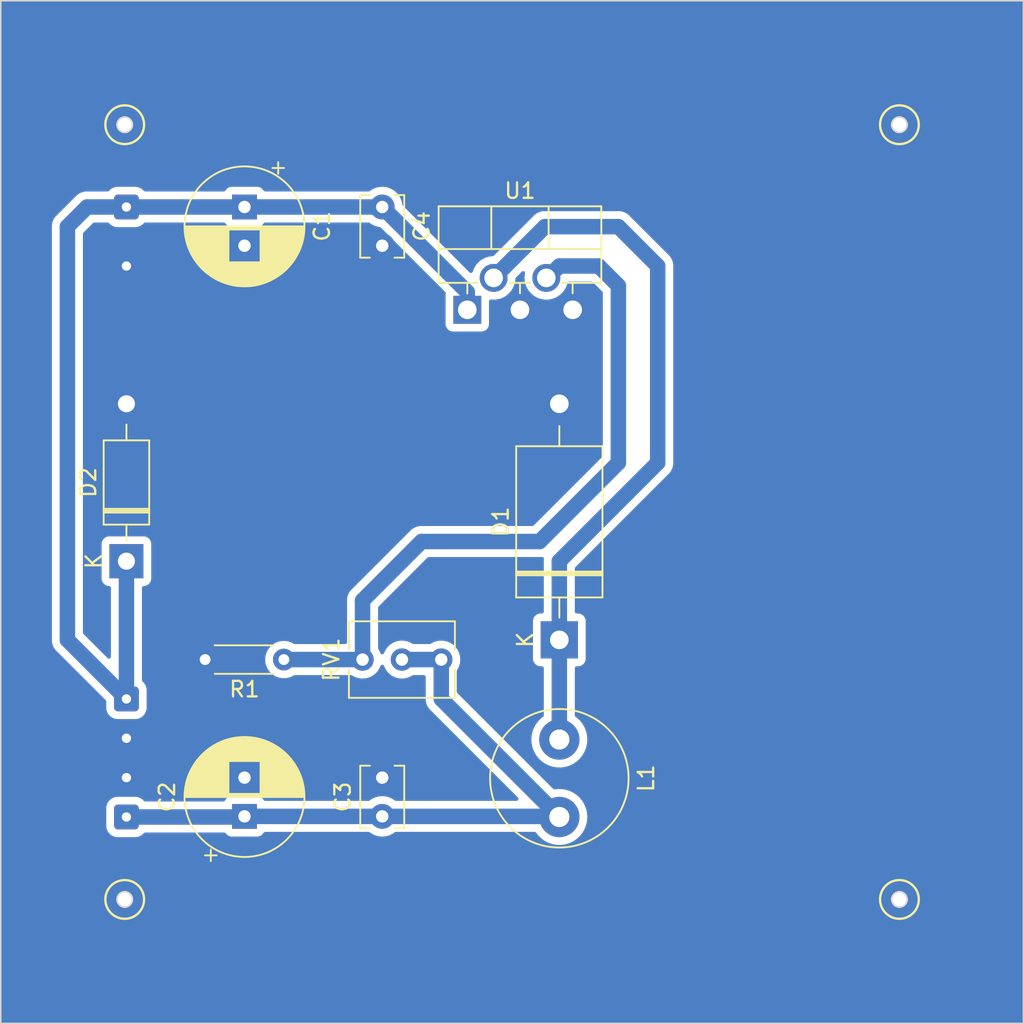
<source format=kicad_pcb>
(kicad_pcb (version 20221018) (generator pcbnew)
  (layers (0 "F.Cu" signal) (31 "B.Cu" signal) (34 "B.Paste" user) (35 "F.Paste" user) (36 "B.SilkS" user "B.Silkscreen") (37 "F.SilkS" user "F.Silkscreen") (38 "B.Mask" user) (39 "F.Mask" user) (44 "Edge.Cuts" user))
  (net 0 "")
  (net 1 "/+12V")
  (net 2 "/GND")
  (net 3 "/+5V")
  (net 4 "Net-(D1-K)")
  (net 5 "Net-(U1-FB)")
  (footprint "Diode_THT:D_DO-27_P15.24mm_Horizontal" (layer "F.Cu") (at 146.05 95.25 90)
    (fp_text reference "D1" (at 7.62 -3.785 90) (layer "F.SilkS"))
    (fp_text value "SS34")
    (fp_text user "K" (at 0 -2.2 90) (layer "F.SilkS"))
    (fp_line (start 1.44 0) (end 2.74 0) (stroke (width 0.12)) (layer "F.SilkS"))
    (fp_line (start 2.74 -2.785) (end 2.74 2.785) (stroke (width 0.12)) (layer "F.SilkS"))
    (fp_line (start 2.74 2.785) (end 12.5 2.785) (stroke (width 0.12)) (layer "F.SilkS"))
    (fp_line (start 4.168 -2.785) (end 4.168 2.785) (stroke (width 0.12)) (layer "F.SilkS"))
    (fp_line (start 4.288 -2.785) (end 4.288 2.785) (stroke (width 0.12)) (layer "F.SilkS"))
    (fp_line (start 4.408 -2.785) (end 4.408 2.785) (stroke (width 0.12)) (layer "F.SilkS"))
    (fp_line (start 12.5 -2.785) (end 2.74 -2.785) (stroke (width 0.12)) (layer "F.SilkS"))
    (fp_line (start 12.5 2.785) (end 12.5 -2.785) (stroke (width 0.12)) (layer "F.SilkS"))
    (fp_line (start 13.8 0) (end 12.5 0) (stroke (width 0.12)) (layer "F.SilkS"))
    (pad "1" thru_hole rect (at 0 0 90) (size 2.4 2.4) (drill 1.2) (layers "*.Cu" "*.Mask") (net 4 "Net-(D1-K)"))
    (pad "2" thru_hole oval (at 15.24 0 90) (size 2.4 2.4) (drill 1.2) (layers "*.Cu" "*.Mask") (net 2 "/GND"))
  )
  (footprint "Potentiometer_THT:Potentiometer_Vishay_T73XW_Horizontal" (layer "F.Cu") (at 133.35 96.52 90)
    (fp_text reference "RV1" (at 0 -2.01 90) (layer "F.SilkS"))
    (fp_text value "10k")
    (fp_line (start -2.47 -0.88) (end -2.47 5.96) (stroke (width 0.12)) (layer "F.SilkS"))
    (fp_line (start -2.47 -0.88) (end -0.65 -0.88) (stroke (width 0.12)) (layer "F.SilkS"))
    (fp_line (start -2.47 5.96) (end -0.65 5.96) (stroke (width 0.12)) (layer "F.SilkS"))
    (fp_line (start 0.65 -0.88) (end 2.47 -0.88) (stroke (width 0.12)) (layer "F.SilkS"))
    (fp_line (start 0.65 5.96) (end 2.47 5.96) (stroke (width 0.12)) (layer "F.SilkS"))
    (fp_line (start 2.47 -0.88) (end 2.47 5.96) (stroke (width 0.12)) (layer "F.SilkS"))
    (pad "1" thru_hole circle (at 0 0 90) (size 1.44 1.44) (drill 0.8) (layers "*.Cu" "*.Mask") (net 5 "Net-(U1-FB)"))
    (pad "2" thru_hole circle (at 0 2.54 90) (size 1.44 1.44) (drill 0.8) (layers "*.Cu" "*.Mask") (net 3 "/+5V"))
    (pad "3" thru_hole circle (at 0 5.08 90) (size 1.44 1.44) (drill 0.8) (layers "*.Cu" "*.Mask") (net 3 "/+5V"))
  )
  (footprint "" (layer "F.Cu") (at 118.11 101.6)
    (fp_text reference "" (at 0 0) (layer "F.SilkS") (effects (font (size 1.27 1.27))))
    (fp_text value "" (at 0 0) (layer "F.SilkS") (effects (font (size 1.27 1.27))))
    (pad "" thru_hole roundrect (at 0 0) (size 1.6 1.6) (drill 0.6) (layers "*.Cu" "*.Mask") (roundrect_rratio 0.15625) (net 2 "/GND"))
  )
  (footprint "RobikBUS:SolderWire-0.1sqmm_1x01_D0.4mm_OD1mm" (layer "F.Cu") (at 118.11 67.31)
    (fp_text reference "REF**" hide)
    (fp_text value "SolderWire-0.1sqmm_1x01_D0.4mm_OD1mm" hide)
    (pad "" thru_hole roundrect (at 0 0) (size 1.6 1.6) (drill 0.6) (layers "*.Cu" "*.Mask") (roundrect_rratio 0.15625) (net 1 "/+12V"))
  )
  (footprint "Package_TO_SOT_THT:TO-220F-5_P3.4x2.06mm_StaggerOdd_Lead1.86mm_Vertical" (layer "F.Cu") (at 140.11 73.945)
    (fp_text reference "U1" (at 3.4 -7.68) (layer "F.SilkS"))
    (fp_text value "LM2596S-ADJ")
    (fp_line (start -1.85 -6.68) (end -1.85 -1.739) (stroke (width 0.12)) (layer "F.SilkS"))
    (fp_line (start -1.85 -6.68) (end 8.65 -6.68) (stroke (width 0.12)) (layer "F.SilkS"))
    (fp_line (start -1.85 -3.921) (end 8.65 -3.921) (stroke (width 0.12)) (layer "F.SilkS"))
    (fp_line (start -1.85 -1.739) (end 0.669 -1.739) (stroke (width 0.12)) (layer "F.SilkS"))
    (fp_line (start 0 -1.739) (end 0 -1.05) (stroke (width 0.12)) (layer "F.SilkS"))
    (fp_line (start 1.55 -6.68) (end 1.55 -3.921) (stroke (width 0.12)) (layer "F.SilkS"))
    (fp_line (start 2.732 -1.739) (end 4.069 -1.739) (stroke (width 0.12)) (layer "F.SilkS"))
    (fp_line (start 3.4 -1.739) (end 3.4 -1.065) (stroke (width 0.12)) (layer "F.SilkS"))
    (fp_line (start 5.25 -6.68) (end 5.25 -3.921) (stroke (width 0.12)) (layer "F.SilkS"))
    (fp_line (start 6.132 -1.739) (end 8.65 -1.739) (stroke (width 0.12)) (layer "F.SilkS"))
    (fp_line (start 6.8 -1.739) (end 6.8 -1.065) (stroke (width 0.12)) (layer "F.SilkS"))
    (fp_line (start 8.65 -6.68) (end 8.65 -1.739) (stroke (width 0.12)) (layer "F.SilkS"))
    (pad "1" thru_hole rect (at 0 0) (size 1.8 1.8) (drill 1.2) (layers "*.Cu" "*.Mask") (net 1 "/+12V"))
    (pad "2" thru_hole oval (at 1.7 -2.06) (size 1.8 1.8) (drill 1.2) (layers "*.Cu" "*.Mask") (net 4 "Net-(D1-K)"))
    (pad "3" thru_hole oval (at 3.4 0) (size 1.8 1.8) (drill 1.2) (layers "*.Cu" "*.Mask") (net 2 "/GND"))
    (pad "4" thru_hole oval (at 5.1 -2.06) (size 1.8 1.8) (drill 1.2) (layers "*.Cu" "*.Mask") (net 5 "Net-(U1-FB)"))
    (pad "5" thru_hole oval (at 6.8 0) (size 1.8 1.8) (drill 1.2) (layers "*.Cu" "*.Mask") (net 2 "/GND"))
  )
  (footprint "Capacitor_THT:CP_Radial_D7.5mm_P2.50mm" (layer "F.Cu") (at 125.73 67.31 -90)
    (fp_text reference "C1" (at 1.25 -5 90) (layer "F.SilkS"))
    (fp_text value "220uF")
    (fp_line (start -2.892211 -2.175) (end -2.142211 -2.175) (stroke (width 0.12)) (layer "F.SilkS"))
    (fp_line (start -2.517211 -2.55) (end -2.517211 -1.8) (stroke (width 0.12)) (layer "F.SilkS"))
    (fp_line (start 1.25 -3.83) (end 1.25 3.83) (stroke (width 0.12)) (layer "F.SilkS"))
    (fp_line (start 1.29 -3.83) (end 1.29 3.83) (stroke (width 0.12)) (layer "F.SilkS"))
    (fp_line (start 1.33 -3.83) (end 1.33 3.83) (stroke (width 0.12)) (layer "F.SilkS"))
    (fp_line (start 1.37 -3.829) (end 1.37 3.829) (stroke (width 0.12)) (layer "F.SilkS"))
    (fp_line (start 1.41 -3.827) (end 1.41 3.827) (stroke (width 0.12)) (layer "F.SilkS"))
    (fp_line (start 1.45 -3.825) (end 1.45 3.825) (stroke (width 0.12)) (layer "F.SilkS"))
    (fp_line (start 1.49 -3.823) (end 1.49 -1.04) (stroke (width 0.12)) (layer "F.SilkS"))
    (fp_line (start 1.49 1.04) (end 1.49 3.823) (stroke (width 0.12)) (layer "F.SilkS"))
    (fp_line (start 1.53 -3.82) (end 1.53 -1.04) (stroke (width 0.12)) (layer "F.SilkS"))
    (fp_line (start 1.53 1.04) (end 1.53 3.82) (stroke (width 0.12)) (layer "F.SilkS"))
    (fp_line (start 1.57 -3.817) (end 1.57 -1.04) (stroke (width 0.12)) (layer "F.SilkS"))
    (fp_line (start 1.57 1.04) (end 1.57 3.817) (stroke (width 0.12)) (layer "F.SilkS"))
    (fp_line (start 1.61 -3.814) (end 1.61 -1.04) (stroke (width 0.12)) (layer "F.SilkS"))
    (fp_line (start 1.61 1.04) (end 1.61 3.814) (stroke (width 0.12)) (layer "F.SilkS"))
    (fp_line (start 1.65 -3.81) (end 1.65 -1.04) (stroke (width 0.12)) (layer "F.SilkS"))
    (fp_line (start 1.65 1.04) (end 1.65 3.81) (stroke (width 0.12)) (layer "F.SilkS"))
    (fp_line (start 1.69 -3.805) (end 1.69 -1.04) (stroke (width 0.12)) (layer "F.SilkS"))
    (fp_line (start 1.69 1.04) (end 1.69 3.805) (stroke (width 0.12)) (layer "F.SilkS"))
    (fp_line (start 1.73 -3.801) (end 1.73 -1.04) (stroke (width 0.12)) (layer "F.SilkS"))
    (fp_line (start 1.73 1.04) (end 1.73 3.801) (stroke (width 0.12)) (layer "F.SilkS"))
    (fp_line (start 1.77 -3.795) (end 1.77 -1.04) (stroke (width 0.12)) (layer "F.SilkS"))
    (fp_line (start 1.77 1.04) (end 1.77 3.795) (stroke (width 0.12)) (layer "F.SilkS"))
    (fp_line (start 1.81 -3.79) (end 1.81 -1.04) (stroke (width 0.12)) (layer "F.SilkS"))
    (fp_line (start 1.81 1.04) (end 1.81 3.79) (stroke (width 0.12)) (layer "F.SilkS"))
    (fp_line (start 1.85 -3.784) (end 1.85 -1.04) (stroke (width 0.12)) (layer "F.SilkS"))
    (fp_line (start 1.85 1.04) (end 1.85 3.784) (stroke (width 0.12)) (layer "F.SilkS"))
    (fp_line (start 1.89 -3.777) (end 1.89 -1.04) (stroke (width 0.12)) (layer "F.SilkS"))
    (fp_line (start 1.89 1.04) (end 1.89 3.777) (stroke (width 0.12)) (layer "F.SilkS"))
    (fp_line (start 1.93 -3.77) (end 1.93 -1.04) (stroke (width 0.12)) (layer "F.SilkS"))
    (fp_line (start 1.93 1.04) (end 1.93 3.77) (stroke (width 0.12)) (layer "F.SilkS"))
    (fp_line (start 1.971 -3.763) (end 1.971 -1.04) (stroke (width 0.12)) (layer "F.SilkS"))
    (fp_line (start 1.971 1.04) (end 1.971 3.763) (stroke (width 0.12)) (layer "F.SilkS"))
    (fp_line (start 2.011 -3.755) (end 2.011 -1.04) (stroke (width 0.12)) (layer "F.SilkS"))
    (fp_line (start 2.011 1.04) (end 2.011 3.755) (stroke (width 0.12)) (layer "F.SilkS"))
    (fp_line (start 2.051 -3.747) (end 2.051 -1.04) (stroke (width 0.12)) (layer "F.SilkS"))
    (fp_line (start 2.051 1.04) (end 2.051 3.747) (stroke (width 0.12)) (layer "F.SilkS"))
    (fp_line (start 2.091 -3.738) (end 2.091 -1.04) (stroke (width 0.12)) (layer "F.SilkS"))
    (fp_line (start 2.091 1.04) (end 2.091 3.738) (stroke (width 0.12)) (layer "F.SilkS"))
    (fp_line (start 2.131 -3.729) (end 2.131 -1.04) (stroke (width 0.12)) (layer "F.SilkS"))
    (fp_line (start 2.131 1.04) (end 2.131 3.729) (stroke (width 0.12)) (layer "F.SilkS"))
    (fp_line (start 2.171 -3.72) (end 2.171 -1.04) (stroke (width 0.12)) (layer "F.SilkS"))
    (fp_line (start 2.171 1.04) (end 2.171 3.72) (stroke (width 0.12)) (layer "F.SilkS"))
    (fp_line (start 2.211 -3.71) (end 2.211 -1.04) (stroke (width 0.12)) (layer "F.SilkS"))
    (fp_line (start 2.211 1.04) (end 2.211 3.71) (stroke (width 0.12)) (layer "F.SilkS"))
    (fp_line (start 2.251 -3.699) (end 2.251 -1.04) (stroke (width 0.12)) (layer "F.SilkS"))
    (fp_line (start 2.251 1.04) (end 2.251 3.699) (stroke (width 0.12)) (layer "F.SilkS"))
    (fp_line (start 2.291 -3.688) (end 2.291 -1.04) (stroke (width 0.12)) (layer "F.SilkS"))
    (fp_line (start 2.291 1.04) (end 2.291 3.688) (stroke (width 0.12)) (layer "F.SilkS"))
    (fp_line (start 2.331 -3.677) (end 2.331 -1.04) (stroke (width 0.12)) (layer "F.SilkS"))
    (fp_line (start 2.331 1.04) (end 2.331 3.677) (stroke (width 0.12)) (layer "F.SilkS"))
    (fp_line (start 2.371 -3.665) (end 2.371 -1.04) (stroke (width 0.12)) (layer "F.SilkS"))
    (fp_line (start 2.371 1.04) (end 2.371 3.665) (stroke (width 0.12)) (layer "F.SilkS"))
    (fp_line (start 2.411 -3.653) (end 2.411 -1.04) (stroke (width 0.12)) (layer "F.SilkS"))
    (fp_line (start 2.411 1.04) (end 2.411 3.653) (stroke (width 0.12)) (layer "F.SilkS"))
    (fp_line (start 2.451 -3.64) (end 2.451 -1.04) (stroke (width 0.12)) (layer "F.SilkS"))
    (fp_line (start 2.451 1.04) (end 2.451 3.64) (stroke (width 0.12)) (layer "F.SilkS"))
    (fp_line (start 2.491 -3.626) (end 2.491 -1.04) (stroke (width 0.12)) (layer "F.SilkS"))
    (fp_line (start 2.491 1.04) (end 2.491 3.626) (stroke (width 0.12)) (layer "F.SilkS"))
    (fp_line (start 2.531 -3.613) (end 2.531 -1.04) (stroke (width 0.12)) (layer "F.SilkS"))
    (fp_line (start 2.531 1.04) (end 2.531 3.613) (stroke (width 0.12)) (layer "F.SilkS"))
    (fp_line (start 2.571 -3.598) (end 2.571 -1.04) (stroke (width 0.12)) (layer "F.SilkS"))
    (fp_line (start 2.571 1.04) (end 2.571 3.598) (stroke (width 0.12)) (layer "F.SilkS"))
    (fp_line (start 2.611 -3.584) (end 2.611 -1.04) (stroke (width 0.12)) (layer "F.SilkS"))
    (fp_line (start 2.611 1.04) (end 2.611 3.584) (stroke (width 0.12)) (layer "F.SilkS"))
    (fp_line (start 2.651 -3.568) (end 2.651 -1.04) (stroke (width 0.12)) (layer "F.SilkS"))
    (fp_line (start 2.651 1.04) (end 2.651 3.568) (stroke (width 0.12)) (layer "F.SilkS"))
    (fp_line (start 2.691 -3.553) (end 2.691 -1.04) (stroke (width 0.12)) (layer "F.SilkS"))
    (fp_line (start 2.691 1.04) (end 2.691 3.553) (stroke (width 0.12)) (layer "F.SilkS"))
    (fp_line (start 2.731 -3.536) (end 2.731 -1.04) (stroke (width 0.12)) (layer "F.SilkS"))
    (fp_line (start 2.731 1.04) (end 2.731 3.536) (stroke (width 0.12)) (layer "F.SilkS"))
    (fp_line (start 2.771 -3.52) (end 2.771 -1.04) (stroke (width 0.12)) (layer "F.SilkS"))
    (fp_line (start 2.771 1.04) (end 2.771 3.52) (stroke (width 0.12)) (layer "F.SilkS"))
    (fp_line (start 2.811 -3.502) (end 2.811 -1.04) (stroke (width 0.12)) (layer "F.SilkS"))
    (fp_line (start 2.811 1.04) (end 2.811 3.502) (stroke (width 0.12)) (layer "F.SilkS"))
    (fp_line (start 2.851 -3.484) (end 2.851 -1.04) (stroke (width 0.12)) (layer "F.SilkS"))
    (fp_line (start 2.851 1.04) (end 2.851 3.484) (stroke (width 0.12)) (layer "F.SilkS"))
    (fp_line (start 2.891 -3.466) (end 2.891 -1.04) (stroke (width 0.12)) (layer "F.SilkS"))
    (fp_line (start 2.891 1.04) (end 2.891 3.466) (stroke (width 0.12)) (layer "F.SilkS"))
    (fp_line (start 2.931 -3.447) (end 2.931 -1.04) (stroke (width 0.12)) (layer "F.SilkS"))
    (fp_line (start 2.931 1.04) (end 2.931 3.447) (stroke (width 0.12)) (layer "F.SilkS"))
    (fp_line (start 2.971 -3.427) (end 2.971 -1.04) (stroke (width 0.12)) (layer "F.SilkS"))
    (fp_line (start 2.971 1.04) (end 2.971 3.427) (stroke (width 0.12)) (layer "F.SilkS"))
    (fp_line (start 3.011 -3.407) (end 3.011 -1.04) (stroke (width 0.12)) (layer "F.SilkS"))
    (fp_line (start 3.011 1.04) (end 3.011 3.407) (stroke (width 0.12)) (layer "F.SilkS"))
    (fp_line (start 3.051 -3.386) (end 3.051 -1.04) (stroke (width 0.12)) (layer "F.SilkS"))
    (fp_line (start 3.051 1.04) (end 3.051 3.386) (stroke (width 0.12)) (layer "F.SilkS"))
    (fp_line (start 3.091 -3.365) (end 3.091 -1.04) (stroke (width 0.12)) (layer "F.SilkS"))
    (fp_line (start 3.091 1.04) (end 3.091 3.365) (stroke (width 0.12)) (layer "F.SilkS"))
    (fp_line (start 3.131 -3.343) (end 3.131 -1.04) (stroke (width 0.12)) (layer "F.SilkS"))
    (fp_line (start 3.131 1.04) (end 3.131 3.343) (stroke (width 0.12)) (layer "F.SilkS"))
    (fp_line (start 3.171 -3.321) (end 3.171 -1.04) (stroke (width 0.12)) (layer "F.SilkS"))
    (fp_line (start 3.171 1.04) (end 3.171 3.321) (stroke (width 0.12)) (layer "F.SilkS"))
    (fp_line (start 3.211 -3.297) (end 3.211 -1.04) (stroke (width 0.12)) (layer "F.SilkS"))
    (fp_line (start 3.211 1.04) (end 3.211 3.297) (stroke (width 0.12)) (layer "F.SilkS"))
    (fp_line (start 3.251 -3.274) (end 3.251 -1.04) (stroke (width 0.12)) (layer "F.SilkS"))
    (fp_line (start 3.251 1.04) (end 3.251 3.274) (stroke (width 0.12)) (layer "F.SilkS"))
    (fp_line (start 3.291 -3.249) (end 3.291 -1.04) (stroke (width 0.12)) (layer "F.SilkS"))
    (fp_line (start 3.291 1.04) (end 3.291 3.249) (stroke (width 0.12)) (layer "F.SilkS"))
    (fp_line (start 3.331 -3.224) (end 3.331 -1.04) (stroke (width 0.12)) (layer "F.SilkS"))
    (fp_line (start 3.331 1.04) (end 3.331 3.224) (stroke (width 0.12)) (layer "F.SilkS"))
    (fp_line (start 3.371 -3.198) (end 3.371 -1.04) (stroke (width 0.12)) (layer "F.SilkS"))
    (fp_line (start 3.371 1.04) (end 3.371 3.198) (stroke (width 0.12)) (layer "F.SilkS"))
    (fp_line (start 3.411 -3.172) (end 3.411 -1.04) (stroke (width 0.12)) (layer "F.SilkS"))
    (fp_line (start 3.411 1.04) (end 3.411 3.172) (stroke (width 0.12)) (layer "F.SilkS"))
    (fp_line (start 3.451 -3.144) (end 3.451 -1.04) (stroke (width 0.12)) (layer "F.SilkS"))
    (fp_line (start 3.451 1.04) (end 3.451 3.144) (stroke (width 0.12)) (layer "F.SilkS"))
    (fp_line (start 3.491 -3.116) (end 3.491 -1.04) (stroke (width 0.12)) (layer "F.SilkS"))
    (fp_line (start 3.491 1.04) (end 3.491 3.116) (stroke (width 0.12)) (layer "F.SilkS"))
    (fp_line (start 3.531 -3.088) (end 3.531 -1.04) (stroke (width 0.12)) (layer "F.SilkS"))
    (fp_line (start 3.531 1.04) (end 3.531 3.088) (stroke (width 0.12)) (layer "F.SilkS"))
    (fp_line (start 3.571 -3.058) (end 3.571 3.058) (stroke (width 0.12)) (layer "F.SilkS"))
    (fp_line (start 3.611 -3.028) (end 3.611 3.028) (stroke (width 0.12)) (layer "F.SilkS"))
    (fp_line (start 3.651 -2.996) (end 3.651 2.996) (stroke (width 0.12)) (layer "F.SilkS"))
    (fp_line (start 3.691 -2.964) (end 3.691 2.964) (stroke (width 0.12)) (layer "F.SilkS"))
    (fp_line (start 3.731 -2.931) (end 3.731 2.931) (stroke (width 0.12)) (layer "F.SilkS"))
    (fp_line (start 3.771 -2.898) (end 3.771 2.898) (stroke (width 0.12)) (layer "F.SilkS"))
    (fp_line (start 3.811 -2.863) (end 3.811 2.863) (stroke (width 0.12)) (layer "F.SilkS"))
    (fp_line (start 3.851 -2.827) (end 3.851 2.827) (stroke (width 0.12)) (layer "F.SilkS"))
    (fp_line (start 3.891 -2.79) (end 3.891 2.79) (stroke (width 0.12)) (layer "F.SilkS"))
    (fp_line (start 3.931 -2.752) (end 3.931 2.752) (stroke (width 0.12)) (layer "F.SilkS"))
    (fp_line (start 3.971 -2.713) (end 3.971 2.713) (stroke (width 0.12)) (layer "F.SilkS"))
    (fp_line (start 4.011 -2.673) (end 4.011 2.673) (stroke (width 0.12)) (layer "F.SilkS"))
    (fp_line (start 4.051 -2.632) (end 4.051 2.632) (stroke (width 0.12)) (layer "F.SilkS"))
    (fp_line (start 4.091 -2.589) (end 4.091 2.589) (stroke (width 0.12)) (layer "F.SilkS"))
    (fp_line (start 4.131 -2.546) (end 4.131 2.546) (stroke (width 0.12)) (layer "F.SilkS"))
    (fp_line (start 4.171 -2.5) (end 4.171 2.5) (stroke (width 0.12)) (layer "F.SilkS"))
    (fp_line (start 4.211 -2.454) (end 4.211 2.454) (stroke (width 0.12)) (layer "F.SilkS"))
    (fp_line (start 4.251 -2.405) (end 4.251 2.405) (stroke (width 0.12)) (layer "F.SilkS"))
    (fp_line (start 4.291 -2.355) (end 4.291 2.355) (stroke (width 0.12)) (layer "F.SilkS"))
    (fp_line (start 4.331 -2.304) (end 4.331 2.304) (stroke (width 0.12)) (layer "F.SilkS"))
    (fp_line (start 4.371 -2.25) (end 4.371 2.25) (stroke (width 0.12)) (layer "F.SilkS"))
    (fp_line (start 4.411 -2.195) (end 4.411 2.195) (stroke (width 0.12)) (layer "F.SilkS"))
    (fp_line (start 4.451 -2.137) (end 4.451 2.137) (stroke (width 0.12)) (layer "F.SilkS"))
    (fp_line (start 4.491 -2.077) (end 4.491 2.077) (stroke (width 0.12)) (layer "F.SilkS"))
    (fp_line (start 4.531 -2.014) (end 4.531 2.014) (stroke (width 0.12)) (layer "F.SilkS"))
    (fp_line (start 4.571 -1.949) (end 4.571 1.949) (stroke (width 0.12)) (layer "F.SilkS"))
    (fp_line (start 4.611 -1.881) (end 4.611 1.881) (stroke (width 0.12)) (layer "F.SilkS"))
    (fp_line (start 4.651 -1.809) (end 4.651 1.809) (stroke (width 0.12)) (layer "F.SilkS"))
    (fp_line (start 4.691 -1.733) (end 4.691 1.733) (stroke (width 0.12)) (layer "F.SilkS"))
    (fp_line (start 4.731 -1.654) (end 4.731 1.654) (stroke (width 0.12)) (layer "F.SilkS"))
    (fp_line (start 4.771 -1.569) (end 4.771 1.569) (stroke (width 0.12)) (layer "F.SilkS"))
    (fp_line (start 4.811 -1.478) (end 4.811 1.478) (stroke (width 0.12)) (layer "F.SilkS"))
    (fp_line (start 4.851 -1.381) (end 4.851 1.381) (stroke (width 0.12)) (layer "F.SilkS"))
    (fp_line (start 4.891 -1.275) (end 4.891 1.275) (stroke (width 0.12)) (layer "F.SilkS"))
    (fp_line (start 4.931 -1.158) (end 4.931 1.158) (stroke (width 0.12)) (layer "F.SilkS"))
    (fp_line (start 4.971 -1.028) (end 4.971 1.028) (stroke (width 0.12)) (layer "F.SilkS"))
    (fp_line (start 5.011 -0.877) (end 5.011 0.877) (stroke (width 0.12)) (layer "F.SilkS"))
    (fp_line (start 5.051 -0.693) (end 5.051 0.693) (stroke (width 0.12)) (layer "F.SilkS"))
    (fp_line (start 5.091 -0.441) (end 5.091 0.441) (stroke (width 0.12)) (layer "F.SilkS"))
    (fp_circle (center 1.25 0) (end 5.12 0) (stroke (width 0.12)) (fill none) (layer "F.SilkS"))
    (pad "1" thru_hole rect (at 0 0 270) (size 1.6 1.6) (drill 0.8) (layers "*.Cu" "*.Mask") (net 1 "/+12V"))
    (pad "2" thru_hole circle (at 2.5 0 270) (size 1.6 1.6) (drill 0.8) (layers "*.Cu" "*.Mask") (net 2 "/GND"))
  )
  (footprint "Inductor_THT:L_Radial_D8.7mm_P5.00mm_Fastron_07HCP" (layer "F.Cu") (at 146.05 101.68 -90)
    (fp_text reference "L1" (at 2.5 -5.6 90) (layer "F.SilkS"))
    (fp_text value "470uH")
    (fp_circle (center 2.5 0) (end 6.97 0) (stroke (width 0.12)) (fill none) (layer "F.SilkS"))
    (pad "1" thru_hole circle (at 0 0 270) (size 2.6 2.6) (drill 1.3) (layers "*.Cu" "*.Mask") (net 4 "Net-(D1-K)"))
    (pad "2" thru_hole circle (at 5 0 270) (size 2.6 2.6) (drill 1.3) (layers "*.Cu" "*.Mask") (net 3 "/+5V"))
  )
  (footprint "RobikBUS:SolderWire-0.1sqmm_1x01_D0.4mm_OD1mm" (layer "F.Cu") (at 118.11 104.14)
    (fp_text reference "REF**" hide)
    (fp_text value "SolderWire-0.1sqmm_1x01_D0.4mm_OD1mm" hide)
    (pad "" thru_hole roundrect (at 0 0) (size 1.6 1.6) (drill 0.6) (layers "*.Cu" "*.Mask") (roundrect_rratio 0.15625) (net 2 "/GND"))
  )
  (footprint "RobikBUS:SolderWire-0.1sqmm_1x01_D0.4mm_OD1mm" (layer "F.Cu") (at 118.11 99.06)
    (fp_text reference "REF**" hide)
    (fp_text value "SolderWire-0.1sqmm_1x01_D0.4mm_OD1mm" hide)
    (pad "" thru_hole roundrect (at 0 0) (size 1.6 1.6) (drill 0.6) (layers "*.Cu" "*.Mask") (roundrect_rratio 0.15625) (net 1 "/+12V"))
  )
  (footprint "Capacitor_THT:CP_Radial_D7.5mm_P2.50mm" (layer "F.Cu") (at 125.73 106.64 90)
    (fp_text reference "C2" (at 1.25 -5 90) (layer "F.SilkS"))
    (fp_text value "220uF")
    (fp_line (start -2.892211 -2.175) (end -2.142211 -2.175) (stroke (width 0.12)) (layer "F.SilkS"))
    (fp_line (start -2.517211 -2.55) (end -2.517211 -1.8) (stroke (width 0.12)) (layer "F.SilkS"))
    (fp_line (start 1.25 -3.83) (end 1.25 3.83) (stroke (width 0.12)) (layer "F.SilkS"))
    (fp_line (start 1.29 -3.83) (end 1.29 3.83) (stroke (width 0.12)) (layer "F.SilkS"))
    (fp_line (start 1.33 -3.83) (end 1.33 3.83) (stroke (width 0.12)) (layer "F.SilkS"))
    (fp_line (start 1.37 -3.829) (end 1.37 3.829) (stroke (width 0.12)) (layer "F.SilkS"))
    (fp_line (start 1.41 -3.827) (end 1.41 3.827) (stroke (width 0.12)) (layer "F.SilkS"))
    (fp_line (start 1.45 -3.825) (end 1.45 3.825) (stroke (width 0.12)) (layer "F.SilkS"))
    (fp_line (start 1.49 -3.823) (end 1.49 -1.04) (stroke (width 0.12)) (layer "F.SilkS"))
    (fp_line (start 1.49 1.04) (end 1.49 3.823) (stroke (width 0.12)) (layer "F.SilkS"))
    (fp_line (start 1.53 -3.82) (end 1.53 -1.04) (stroke (width 0.12)) (layer "F.SilkS"))
    (fp_line (start 1.53 1.04) (end 1.53 3.82) (stroke (width 0.12)) (layer "F.SilkS"))
    (fp_line (start 1.57 -3.817) (end 1.57 -1.04) (stroke (width 0.12)) (layer "F.SilkS"))
    (fp_line (start 1.57 1.04) (end 1.57 3.817) (stroke (width 0.12)) (layer "F.SilkS"))
    (fp_line (start 1.61 -3.814) (end 1.61 -1.04) (stroke (width 0.12)) (layer "F.SilkS"))
    (fp_line (start 1.61 1.04) (end 1.61 3.814) (stroke (width 0.12)) (layer "F.SilkS"))
    (fp_line (start 1.65 -3.81) (end 1.65 -1.04) (stroke (width 0.12)) (layer "F.SilkS"))
    (fp_line (start 1.65 1.04) (end 1.65 3.81) (stroke (width 0.12)) (layer "F.SilkS"))
    (fp_line (start 1.69 -3.805) (end 1.69 -1.04) (stroke (width 0.12)) (layer "F.SilkS"))
    (fp_line (start 1.69 1.04) (end 1.69 3.805) (stroke (width 0.12)) (layer "F.SilkS"))
    (fp_line (start 1.73 -3.801) (end 1.73 -1.04) (stroke (width 0.12)) (layer "F.SilkS"))
    (fp_line (start 1.73 1.04) (end 1.73 3.801) (stroke (width 0.12)) (layer "F.SilkS"))
    (fp_line (start 1.77 -3.795) (end 1.77 -1.04) (stroke (width 0.12)) (layer "F.SilkS"))
    (fp_line (start 1.77 1.04) (end 1.77 3.795) (stroke (width 0.12)) (layer "F.SilkS"))
    (fp_line (start 1.81 -3.79) (end 1.81 -1.04) (stroke (width 0.12)) (layer "F.SilkS"))
    (fp_line (start 1.81 1.04) (end 1.81 3.79) (stroke (width 0.12)) (layer "F.SilkS"))
    (fp_line (start 1.85 -3.784) (end 1.85 -1.04) (stroke (width 0.12)) (layer "F.SilkS"))
    (fp_line (start 1.85 1.04) (end 1.85 3.784) (stroke (width 0.12)) (layer "F.SilkS"))
    (fp_line (start 1.89 -3.777) (end 1.89 -1.04) (stroke (width 0.12)) (layer "F.SilkS"))
    (fp_line (start 1.89 1.04) (end 1.89 3.777) (stroke (width 0.12)) (layer "F.SilkS"))
    (fp_line (start 1.93 -3.77) (end 1.93 -1.04) (stroke (width 0.12)) (layer "F.SilkS"))
    (fp_line (start 1.93 1.04) (end 1.93 3.77) (stroke (width 0.12)) (layer "F.SilkS"))
    (fp_line (start 1.971 -3.763) (end 1.971 -1.04) (stroke (width 0.12)) (layer "F.SilkS"))
    (fp_line (start 1.971 1.04) (end 1.971 3.763) (stroke (width 0.12)) (layer "F.SilkS"))
    (fp_line (start 2.011 -3.755) (end 2.011 -1.04) (stroke (width 0.12)) (layer "F.SilkS"))
    (fp_line (start 2.011 1.04) (end 2.011 3.755) (stroke (width 0.12)) (layer "F.SilkS"))
    (fp_line (start 2.051 -3.747) (end 2.051 -1.04) (stroke (width 0.12)) (layer "F.SilkS"))
    (fp_line (start 2.051 1.04) (end 2.051 3.747) (stroke (width 0.12)) (layer "F.SilkS"))
    (fp_line (start 2.091 -3.738) (end 2.091 -1.04) (stroke (width 0.12)) (layer "F.SilkS"))
    (fp_line (start 2.091 1.04) (end 2.091 3.738) (stroke (width 0.12)) (layer "F.SilkS"))
    (fp_line (start 2.131 -3.729) (end 2.131 -1.04) (stroke (width 0.12)) (layer "F.SilkS"))
    (fp_line (start 2.131 1.04) (end 2.131 3.729) (stroke (width 0.12)) (layer "F.SilkS"))
    (fp_line (start 2.171 -3.72) (end 2.171 -1.04) (stroke (width 0.12)) (layer "F.SilkS"))
    (fp_line (start 2.171 1.04) (end 2.171 3.72) (stroke (width 0.12)) (layer "F.SilkS"))
    (fp_line (start 2.211 -3.71) (end 2.211 -1.04) (stroke (width 0.12)) (layer "F.SilkS"))
    (fp_line (start 2.211 1.04) (end 2.211 3.71) (stroke (width 0.12)) (layer "F.SilkS"))
    (fp_line (start 2.251 -3.699) (end 2.251 -1.04) (stroke (width 0.12)) (layer "F.SilkS"))
    (fp_line (start 2.251 1.04) (end 2.251 3.699) (stroke (width 0.12)) (layer "F.SilkS"))
    (fp_line (start 2.291 -3.688) (end 2.291 -1.04) (stroke (width 0.12)) (layer "F.SilkS"))
    (fp_line (start 2.291 1.04) (end 2.291 3.688) (stroke (width 0.12)) (layer "F.SilkS"))
    (fp_line (start 2.331 -3.677) (end 2.331 -1.04) (stroke (width 0.12)) (layer "F.SilkS"))
    (fp_line (start 2.331 1.04) (end 2.331 3.677) (stroke (width 0.12)) (layer "F.SilkS"))
    (fp_line (start 2.371 -3.665) (end 2.371 -1.04) (stroke (width 0.12)) (layer "F.SilkS"))
    (fp_line (start 2.371 1.04) (end 2.371 3.665) (stroke (width 0.12)) (layer "F.SilkS"))
    (fp_line (start 2.411 -3.653) (end 2.411 -1.04) (stroke (width 0.12)) (layer "F.SilkS"))
    (fp_line (start 2.411 1.04) (end 2.411 3.653) (stroke (width 0.12)) (layer "F.SilkS"))
    (fp_line (start 2.451 -3.64) (end 2.451 -1.04) (stroke (width 0.12)) (layer "F.SilkS"))
    (fp_line (start 2.451 1.04) (end 2.451 3.64) (stroke (width 0.12)) (layer "F.SilkS"))
    (fp_line (start 2.491 -3.626) (end 2.491 -1.04) (stroke (width 0.12)) (layer "F.SilkS"))
    (fp_line (start 2.491 1.04) (end 2.491 3.626) (stroke (width 0.12)) (layer "F.SilkS"))
    (fp_line (start 2.531 -3.613) (end 2.531 -1.04) (stroke (width 0.12)) (layer "F.SilkS"))
    (fp_line (start 2.531 1.04) (end 2.531 3.613) (stroke (width 0.12)) (layer "F.SilkS"))
    (fp_line (start 2.571 -3.598) (end 2.571 -1.04) (stroke (width 0.12)) (layer "F.SilkS"))
    (fp_line (start 2.571 1.04) (end 2.571 3.598) (stroke (width 0.12)) (layer "F.SilkS"))
    (fp_line (start 2.611 -3.584) (end 2.611 -1.04) (stroke (width 0.12)) (layer "F.SilkS"))
    (fp_line (start 2.611 1.04) (end 2.611 3.584) (stroke (width 0.12)) (layer "F.SilkS"))
    (fp_line (start 2.651 -3.568) (end 2.651 -1.04) (stroke (width 0.12)) (layer "F.SilkS"))
    (fp_line (start 2.651 1.04) (end 2.651 3.568) (stroke (width 0.12)) (layer "F.SilkS"))
    (fp_line (start 2.691 -3.553) (end 2.691 -1.04) (stroke (width 0.12)) (layer "F.SilkS"))
    (fp_line (start 2.691 1.04) (end 2.691 3.553) (stroke (width 0.12)) (layer "F.SilkS"))
    (fp_line (start 2.731 -3.536) (end 2.731 -1.04) (stroke (width 0.12)) (layer "F.SilkS"))
    (fp_line (start 2.731 1.04) (end 2.731 3.536) (stroke (width 0.12)) (layer "F.SilkS"))
    (fp_line (start 2.771 -3.52) (end 2.771 -1.04) (stroke (width 0.12)) (layer "F.SilkS"))
    (fp_line (start 2.771 1.04) (end 2.771 3.52) (stroke (width 0.12)) (layer "F.SilkS"))
    (fp_line (start 2.811 -3.502) (end 2.811 -1.04) (stroke (width 0.12)) (layer "F.SilkS"))
    (fp_line (start 2.811 1.04) (end 2.811 3.502) (stroke (width 0.12)) (layer "F.SilkS"))
    (fp_line (start 2.851 -3.484) (end 2.851 -1.04) (stroke (width 0.12)) (layer "F.SilkS"))
    (fp_line (start 2.851 1.04) (end 2.851 3.484) (stroke (width 0.12)) (layer "F.SilkS"))
    (fp_line (start 2.891 -3.466) (end 2.891 -1.04) (stroke (width 0.12)) (layer "F.SilkS"))
    (fp_line (start 2.891 1.04) (end 2.891 3.466) (stroke (width 0.12)) (layer "F.SilkS"))
    (fp_line (start 2.931 -3.447) (end 2.931 -1.04) (stroke (width 0.12)) (layer "F.SilkS"))
    (fp_line (start 2.931 1.04) (end 2.931 3.447) (stroke (width 0.12)) (layer "F.SilkS"))
    (fp_line (start 2.971 -3.427) (end 2.971 -1.04) (stroke (width 0.12)) (layer "F.SilkS"))
    (fp_line (start 2.971 1.04) (end 2.971 3.427) (stroke (width 0.12)) (layer "F.SilkS"))
    (fp_line (start 3.011 -3.407) (end 3.011 -1.04) (stroke (width 0.12)) (layer "F.SilkS"))
    (fp_line (start 3.011 1.04) (end 3.011 3.407) (stroke (width 0.12)) (layer "F.SilkS"))
    (fp_line (start 3.051 -3.386) (end 3.051 -1.04) (stroke (width 0.12)) (layer "F.SilkS"))
    (fp_line (start 3.051 1.04) (end 3.051 3.386) (stroke (width 0.12)) (layer "F.SilkS"))
    (fp_line (start 3.091 -3.365) (end 3.091 -1.04) (stroke (width 0.12)) (layer "F.SilkS"))
    (fp_line (start 3.091 1.04) (end 3.091 3.365) (stroke (width 0.12)) (layer "F.SilkS"))
    (fp_line (start 3.131 -3.343) (end 3.131 -1.04) (stroke (width 0.12)) (layer "F.SilkS"))
    (fp_line (start 3.131 1.04) (end 3.131 3.343) (stroke (width 0.12)) (layer "F.SilkS"))
    (fp_line (start 3.171 -3.321) (end 3.171 -1.04) (stroke (width 0.12)) (layer "F.SilkS"))
    (fp_line (start 3.171 1.04) (end 3.171 3.321) (stroke (width 0.12)) (layer "F.SilkS"))
    (fp_line (start 3.211 -3.297) (end 3.211 -1.04) (stroke (width 0.12)) (layer "F.SilkS"))
    (fp_line (start 3.211 1.04) (end 3.211 3.297) (stroke (width 0.12)) (layer "F.SilkS"))
    (fp_line (start 3.251 -3.274) (end 3.251 -1.04) (stroke (width 0.12)) (layer "F.SilkS"))
    (fp_line (start 3.251 1.04) (end 3.251 3.274) (stroke (width 0.12)) (layer "F.SilkS"))
    (fp_line (start 3.291 -3.249) (end 3.291 -1.04) (stroke (width 0.12)) (layer "F.SilkS"))
    (fp_line (start 3.291 1.04) (end 3.291 3.249) (stroke (width 0.12)) (layer "F.SilkS"))
    (fp_line (start 3.331 -3.224) (end 3.331 -1.04) (stroke (width 0.12)) (layer "F.SilkS"))
    (fp_line (start 3.331 1.04) (end 3.331 3.224) (stroke (width 0.12)) (layer "F.SilkS"))
    (fp_line (start 3.371 -3.198) (end 3.371 -1.04) (stroke (width 0.12)) (layer "F.SilkS"))
    (fp_line (start 3.371 1.04) (end 3.371 3.198) (stroke (width 0.12)) (layer "F.SilkS"))
    (fp_line (start 3.411 -3.172) (end 3.411 -1.04) (stroke (width 0.12)) (layer "F.SilkS"))
    (fp_line (start 3.411 1.04) (end 3.411 3.172) (stroke (width 0.12)) (layer "F.SilkS"))
    (fp_line (start 3.451 -3.144) (end 3.451 -1.04) (stroke (width 0.12)) (layer "F.SilkS"))
    (fp_line (start 3.451 1.04) (end 3.451 3.144) (stroke (width 0.12)) (layer "F.SilkS"))
    (fp_line (start 3.491 -3.116) (end 3.491 -1.04) (stroke (width 0.12)) (layer "F.SilkS"))
    (fp_line (start 3.491 1.04) (end 3.491 3.116) (stroke (width 0.12)) (layer "F.SilkS"))
    (fp_line (start 3.531 -3.088) (end 3.531 -1.04) (stroke (width 0.12)) (layer "F.SilkS"))
    (fp_line (start 3.531 1.04) (end 3.531 3.088) (stroke (width 0.12)) (layer "F.SilkS"))
    (fp_line (start 3.571 -3.058) (end 3.571 3.058) (stroke (width 0.12)) (layer "F.SilkS"))
    (fp_line (start 3.611 -3.028) (end 3.611 3.028) (stroke (width 0.12)) (layer "F.SilkS"))
    (fp_line (start 3.651 -2.996) (end 3.651 2.996) (stroke (width 0.12)) (layer "F.SilkS"))
    (fp_line (start 3.691 -2.964) (end 3.691 2.964) (stroke (width 0.12)) (layer "F.SilkS"))
    (fp_line (start 3.731 -2.931) (end 3.731 2.931) (stroke (width 0.12)) (layer "F.SilkS"))
    (fp_line (start 3.771 -2.898) (end 3.771 2.898) (stroke (width 0.12)) (layer "F.SilkS"))
    (fp_line (start 3.811 -2.863) (end 3.811 2.863) (stroke (width 0.12)) (layer "F.SilkS"))
    (fp_line (start 3.851 -2.827) (end 3.851 2.827) (stroke (width 0.12)) (layer "F.SilkS"))
    (fp_line (start 3.891 -2.79) (end 3.891 2.79) (stroke (width 0.12)) (layer "F.SilkS"))
    (fp_line (start 3.931 -2.752) (end 3.931 2.752) (stroke (width 0.12)) (layer "F.SilkS"))
    (fp_line (start 3.971 -2.713) (end 3.971 2.713) (stroke (width 0.12)) (layer "F.SilkS"))
    (fp_line (start 4.011 -2.673) (end 4.011 2.673) (stroke (width 0.12)) (layer "F.SilkS"))
    (fp_line (start 4.051 -2.632) (end 4.051 2.632) (stroke (width 0.12)) (layer "F.SilkS"))
    (fp_line (start 4.091 -2.589) (end 4.091 2.589) (stroke (width 0.12)) (layer "F.SilkS"))
    (fp_line (start 4.131 -2.546) (end 4.131 2.546) (stroke (width 0.12)) (layer "F.SilkS"))
    (fp_line (start 4.171 -2.5) (end 4.171 2.5) (stroke (width 0.12)) (layer "F.SilkS"))
    (fp_line (start 4.211 -2.454) (end 4.211 2.454) (stroke (width 0.12)) (layer "F.SilkS"))
    (fp_line (start 4.251 -2.405) (end 4.251 2.405) (stroke (width 0.12)) (layer "F.SilkS"))
    (fp_line (start 4.291 -2.355) (end 4.291 2.355) (stroke (width 0.12)) (layer "F.SilkS"))
    (fp_line (start 4.331 -2.304) (end 4.331 2.304) (stroke (width 0.12)) (layer "F.SilkS"))
    (fp_line (start 4.371 -2.25) (end 4.371 2.25) (stroke (width 0.12)) (layer "F.SilkS"))
    (fp_line (start 4.411 -2.195) (end 4.411 2.195) (stroke (width 0.12)) (layer "F.SilkS"))
    (fp_line (start 4.451 -2.137) (end 4.451 2.137) (stroke (width 0.12)) (layer "F.SilkS"))
    (fp_line (start 4.491 -2.077) (end 4.491 2.077) (stroke (width 0.12)) (layer "F.SilkS"))
    (fp_line (start 4.531 -2.014) (end 4.531 2.014) (stroke (width 0.12)) (layer "F.SilkS"))
    (fp_line (start 4.571 -1.949) (end 4.571 1.949) (stroke (width 0.12)) (layer "F.SilkS"))
    (fp_line (start 4.611 -1.881) (end 4.611 1.881) (stroke (width 0.12)) (layer "F.SilkS"))
    (fp_line (start 4.651 -1.809) (end 4.651 1.809) (stroke (width 0.12)) (layer "F.SilkS"))
    (fp_line (start 4.691 -1.733) (end 4.691 1.733) (stroke (width 0.12)) (layer "F.SilkS"))
    (fp_line (start 4.731 -1.654) (end 4.731 1.654) (stroke (width 0.12)) (layer "F.SilkS"))
    (fp_line (start 4.771 -1.569) (end 4.771 1.569) (stroke (width 0.12)) (layer "F.SilkS"))
    (fp_line (start 4.811 -1.478) (end 4.811 1.478) (stroke (width 0.12)) (layer "F.SilkS"))
    (fp_line (start 4.851 -1.381) (end 4.851 1.381) (stroke (width 0.12)) (layer "F.SilkS"))
    (fp_line (start 4.891 -1.275) (end 4.891 1.275) (stroke (width 0.12)) (layer "F.SilkS"))
    (fp_line (start 4.931 -1.158) (end 4.931 1.158) (stroke (width 0.12)) (layer "F.SilkS"))
    (fp_line (start 4.971 -1.028) (end 4.971 1.028) (stroke (width 0.12)) (layer "F.SilkS"))
    (fp_line (start 5.011 -0.877) (end 5.011 0.877) (stroke (width 0.12)) (layer "F.SilkS"))
    (fp_line (start 5.051 -0.693) (end 5.051 0.693) (stroke (width 0.12)) (layer "F.SilkS"))
    (fp_line (start 5.091 -0.441) (end 5.091 0.441) (stroke (width 0.12)) (layer "F.SilkS"))
    (fp_circle (center 1.25 0) (end 5.12 0) (stroke (width 0.12)) (fill none) (layer "F.SilkS"))
    (pad "1" thru_hole rect (at 0 0 90) (size 1.6 1.6) (drill 0.8) (layers "*.Cu" "*.Mask") (net 3 "/+5V"))
    (pad "2" thru_hole circle (at 2.5 0 90) (size 1.6 1.6) (drill 0.8) (layers "*.Cu" "*.Mask") (net 2 "/GND"))
  )
  (footprint "" (layer "F.Cu") (at 118.11 106.68)
    (fp_text reference "" (at 0 0) (layer "F.SilkS") (effects (font (size 1.27 1.27))))
    (fp_text value "" (at 0 0) (layer "F.SilkS") (effects (font (size 1.27 1.27))))
    (pad "" thru_hole roundrect (at 0 0) (size 1.6 1.6) (drill 0.6) (layers "*.Cu" "*.Mask") (roundrect_rratio 0.15625) (net 3 "/+5V"))
  )
  (footprint "Resistor_THT:R_Axial_DIN0204_L3.6mm_D1.6mm_P5.08mm_Horizontal" (layer "F.Cu") (at 128.27 96.52 180)
    (fp_text reference "R1" (at 2.54 -1.92) (layer "F.SilkS"))
    (fp_text value "470")
    (fp_line (start 0.62 -0.92) (end 4.46 -0.92) (stroke (width 0.12)) (layer "F.SilkS"))
    (fp_line (start 0.62 0.92) (end 4.46 0.92) (stroke (width 0.12)) (layer "F.SilkS"))
    (pad "1" thru_hole circle (at 0 0 180) (size 1.4 1.4) (drill 0.7) (layers "*.Cu" "*.Mask") (net 5 "Net-(U1-FB)"))
    (pad "2" thru_hole oval (at 5.08 0 180) (size 1.4 1.4) (drill 0.7) (layers "*.Cu" "*.Mask") (net 2 "/GND"))
  )
  (footprint "" (layer "F.Cu") (at 118.11 71.12)
    (fp_text reference "" (at 0 0) (layer "F.SilkS") (effects (font (size 1.27 1.27))))
    (fp_text value "" (at 0 0) (layer "F.SilkS") (effects (font (size 1.27 1.27))))
    (pad "" thru_hole roundrect (at 0 0) (size 1.6 1.6) (drill 0.6) (layers "*.Cu" "*.Mask") (roundrect_rratio 0.15625) (net 2 "/GND"))
  )
  (footprint "Diode_THT:D_DO-41_SOD81_P10.16mm_Horizontal" (layer "F.Cu") (at 118.11 90.17 90)
    (fp_text reference "D2" (at 5.08 -2.47 90) (layer "F.SilkS"))
    (fp_text value "1N4742A")
    (fp_text user "K" (at 0 -2.1 90) (layer "F.SilkS"))
    (fp_line (start 1.34 0) (end 2.36 0) (stroke (width 0.12)) (layer "F.SilkS"))
    (fp_line (start 2.36 -1.47) (end 2.36 1.47) (stroke (width 0.12)) (layer "F.SilkS"))
    (fp_line (start 2.36 1.47) (end 7.8 1.47) (stroke (width 0.12)) (layer "F.SilkS"))
    (fp_line (start 3.14 -1.47) (end 3.14 1.47) (stroke (width 0.12)) (layer "F.SilkS"))
    (fp_line (start 3.26 -1.47) (end 3.26 1.47) (stroke (width 0.12)) (layer "F.SilkS"))
    (fp_line (start 3.38 -1.47) (end 3.38 1.47) (stroke (width 0.12)) (layer "F.SilkS"))
    (fp_line (start 7.8 -1.47) (end 2.36 -1.47) (stroke (width 0.12)) (layer "F.SilkS"))
    (fp_line (start 7.8 1.47) (end 7.8 -1.47) (stroke (width 0.12)) (layer "F.SilkS"))
    (fp_line (start 8.82 0) (end 7.8 0) (stroke (width 0.12)) (layer "F.SilkS"))
    (pad "1" thru_hole rect (at 0 0 90) (size 2.2 2.2) (drill 1.1) (layers "*.Cu" "*.Mask") (net 1 "/+12V"))
    (pad "2" thru_hole oval (at 10.16 0 90) (size 2.2 2.2) (drill 1.1) (layers "*.Cu" "*.Mask") (net 2 "/GND"))
  )
  (footprint "Capacitor_THT:C_Disc_D3.8mm_W2.6mm_P2.50mm" (layer "F.Cu") (at 134.62 106.64 90)
    (fp_text reference "C3" (at 1.25 -2.55 90) (layer "F.SilkS"))
    (fp_text value "0.1uF")
    (fp_line (start -0.77 -1.42) (end -0.77 -0.795) (stroke (width 0.12)) (layer "F.SilkS"))
    (fp_line (start -0.77 -1.42) (end 3.27 -1.42) (stroke (width 0.12)) (layer "F.SilkS"))
    (fp_line (start -0.77 0.795) (end -0.77 1.42) (stroke (width 0.12)) (layer "F.SilkS"))
    (fp_line (start -0.77 1.42) (end 3.27 1.42) (stroke (width 0.12)) (layer "F.SilkS"))
    (fp_line (start 3.27 -1.42) (end 3.27 -0.795) (stroke (width 0.12)) (layer "F.SilkS"))
    (fp_line (start 3.27 0.795) (end 3.27 1.42) (stroke (width 0.12)) (layer "F.SilkS"))
    (pad "1" thru_hole circle (at 0 0 90) (size 1.6 1.6) (drill 0.8) (layers "*.Cu" "*.Mask") (net 3 "/+5V"))
    (pad "2" thru_hole circle (at 2.5 0 90) (size 1.6 1.6) (drill 0.8) (layers "*.Cu" "*.Mask") (net 2 "/GND"))
  )
  (footprint "Capacitor_THT:C_Disc_D3.8mm_W2.6mm_P2.50mm" (layer "F.Cu") (at 134.62 67.31 -90)
    (fp_text reference "C4" (at 1.25 -2.55 90) (layer "F.SilkS"))
    (fp_text value "0.1uF")
    (fp_line (start -0.77 -1.42) (end -0.77 -0.795) (stroke (width 0.12)) (layer "F.SilkS"))
    (fp_line (start -0.77 -1.42) (end 3.27 -1.42) (stroke (width 0.12)) (layer "F.SilkS"))
    (fp_line (start -0.77 0.795) (end -0.77 1.42) (stroke (width 0.12)) (layer "F.SilkS"))
    (fp_line (start -0.77 1.42) (end 3.27 1.42) (stroke (width 0.12)) (layer "F.SilkS"))
    (fp_line (start 3.27 -1.42) (end 3.27 -0.795) (stroke (width 0.12)) (layer "F.SilkS"))
    (fp_line (start 3.27 0.795) (end 3.27 1.42) (stroke (width 0.12)) (layer "F.SilkS"))
    (pad "1" thru_hole circle (at 0 0 270) (size 1.6 1.6) (drill 0.8) (layers "*.Cu" "*.Mask") (net 1 "/+12V"))
    (pad "2" thru_hole circle (at 2.5 0 270) (size 1.6 1.6) (drill 0.8) (layers "*.Cu" "*.Mask") (net 2 "/GND"))
  )
  (gr_circle (center 118 62) (end 119.25 62) (stroke (width 0.15)) (fill none) (layer "F.SilkS"))
  (gr_circle (center 168 62) (end 169.25 62) (stroke (width 0.15)) (fill none) (layer "F.SilkS"))
  (gr_circle (center 118 112) (end 119.25 112) (stroke (width 0.15)) (fill none) (layer "F.SilkS"))
  (gr_circle (center 168 112) (end 169.25 112) (stroke (width 0.15)) (fill none) (layer "F.SilkS"))
  (gr_circle (center 118 62) (end 118.5 62) (stroke (width 0.1)) (fill none) (layer "Edge.Cuts"))
  (gr_rect (start 110 54) (end 176 120) (stroke (width 0.1)) (fill none) (layer "Edge.Cuts"))
  (gr_circle (center 168 62) (end 168.5 62) (stroke (width 0.1)) (fill none) (layer "Edge.Cuts"))
  (gr_circle (center 168 112) (end 168.5 112) (stroke (width 0.1)) (fill none) (layer "Edge.Cuts"))
  (gr_circle (center 118 112) (end 118.5 112) (stroke (width 0.1)) (fill none) (layer "Edge.Cuts"))
  (segment (start 140.11 72.8) (end 140.11 73.945) (width 1) (layer "B.Cu") (net 1))
  (segment (start 125.73 67.31) (end 134.62 67.31) (width 1) (layer "B.Cu") (net 1))
  (segment (start 118.11 90.17) (end 118.11 99.06) (width 1) (layer "B.Cu") (net 1))
  (segment (start 115.57 67.31) (end 114.3 68.58) (width 1) (layer "B.Cu") (net 1))
  (segment (start 134.62 67.31) (end 140.11 72.8) (width 1) (layer "B.Cu") (net 1))
  (segment (start 118.11 67.31) (end 125.73 67.31) (width 1) (layer "B.Cu") (net 1))
  (segment (start 118.11 67.31) (end 115.57 67.31) (width 1) (layer "B.Cu") (net 1))
  (segment (start 114.3 95.25) (end 118.11 99.06) (width 1) (layer "B.Cu") (net 1))
  (segment (start 114.3 68.58) (end 114.3 95.25) (width 1) (layer "B.Cu") (net 1))
  (segment (start 118.11 71.12) (end 118.11 80.01) (width 1) (layer "B.Cu") (net 2))
  (segment (start 146.05 74.805) (end 146.91 73.945) (width 1) (layer "B.Cu") (net 2))
  (segment (start 118.11 101.6) (end 118.11 104.14) (width 1) (layer "B.Cu") (net 2))
  (segment (start 146.05 80.01) (end 146.05 74.805) (width 1) (layer "B.Cu") (net 2))
  (segment (start 125.73 104.14) (end 125.73 99.06) (width 1) (layer "B.Cu") (net 2))
  (segment (start 124.42 71.12) (end 125.73 69.81) (width 1) (layer "B.Cu") (net 2))
  (segment (start 143.51 73.945) (end 146.91 73.945) (width 1) (layer "B.Cu") (net 2))
  (segment (start 118.11 71.12) (end 124.42 71.12) (width 1) (layer "B.Cu") (net 2))
  (segment (start 125.73 99.06) (end 123.19 96.52) (width 1) (layer "B.Cu") (net 2))
  (segment (start 139.7 80.01) (end 146.05 80.01) (width 1) (layer "B.Cu") (net 2))
  (segment (start 118.11 80.01) (end 123.19 85.09) (width 1) (layer "B.Cu") (net 2))
  (segment (start 118.11 104.14) (end 125.73 104.14) (width 1) (layer "B.Cu") (net 2))
  (segment (start 134.62 69.81) (end 134.62 74.93) (width 1) (layer "B.Cu") (net 2))
  (segment (start 123.19 85.09) (end 123.19 96.52) (width 1) (layer "B.Cu") (net 2))
  (segment (start 125.73 69.81) (end 134.62 69.81) (width 1) (layer "B.Cu") (net 2))
  (segment (start 125.73 104.14) (end 134.62 104.14) (width 1) (layer "B.Cu") (net 2))
  (segment (start 134.62 74.93) (end 139.7 80.01) (width 1) (layer "B.Cu") (net 2))
  (segment (start 125.69 106.68) (end 125.73 106.64) (width 1) (layer "B.Cu") (net 3))
  (segment (start 118.11 106.68) (end 125.69 106.68) (width 1) (layer "B.Cu") (net 3))
  (segment (start 138.43 99.06) (end 146.05 106.68) (width 1) (layer "B.Cu") (net 3))
  (segment (start 146.01 106.64) (end 146.05 106.68) (width 1) (layer "B.Cu") (net 3))
  (segment (start 138.43 96.52) (end 138.43 99.06) (width 1) (layer "B.Cu") (net 3))
  (segment (start 135.89 96.52) (end 138.43 96.52) (width 1) (layer "B.Cu") (net 3))
  (segment (start 125.73 106.64) (end 134.62 106.64) (width 1) (layer "B.Cu") (net 3))
  (segment (start 134.62 106.64) (end 146.01 106.64) (width 1) (layer "B.Cu") (net 3))
  (segment (start 145.115 68.58) (end 141.81 71.885) (width 1) (layer "B.Cu") (net 4))
  (segment (start 149.86 68.58) (end 145.115 68.58) (width 1) (layer "B.Cu") (net 4))
  (segment (start 152.4 83.82) (end 152.4 71.12) (width 1) (layer "B.Cu") (net 4))
  (segment (start 146.05 90.17) (end 152.4 83.82) (width 1) (layer "B.Cu") (net 4))
  (segment (start 146.05 101.68) (end 146.05 95.25) (width 1) (layer "B.Cu") (net 4))
  (segment (start 146.05 95.25) (end 146.05 90.17) (width 1) (layer "B.Cu") (net 4))
  (segment (start 152.4 71.12) (end 149.86 68.58) (width 1) (layer "B.Cu") (net 4))
  (segment (start 146.05 71.12) (end 148.59 71.12) (width 1) (layer "B.Cu") (net 5))
  (segment (start 149.86 72.39) (end 149.86 83.82) (width 1) (layer "B.Cu") (net 5))
  (segment (start 145.21 71.885) (end 145.285 71.885) (width 1) (layer "B.Cu") (net 5))
  (segment (start 137.16 88.9) (end 133.35 92.71) (width 1) (layer "B.Cu") (net 5))
  (segment (start 133.35 92.71) (end 133.35 96.52) (width 1) (layer "B.Cu") (net 5))
  (segment (start 144.78 88.9) (end 137.16 88.9) (width 1) (layer "B.Cu") (net 5))
  (segment (start 128.27 96.52) (end 133.35 96.52) (width 1) (layer "B.Cu") (net 5))
  (segment (start 145.285 71.885) (end 146.05 71.12) (width 1) (layer "B.Cu") (net 5))
  (segment (start 148.59 71.12) (end 149.86 72.39) (width 1) (layer "B.Cu") (net 5))
  (segment (start 149.86 83.82) (end 144.78 88.9) (width 1) (layer "B.Cu") (net 5))
  (zone (net 2) (net_name "/GND") (layer "B.Cu") (connect_pads yes (clearance 0.5)) (min_thickness 0.25) (fill yes (thermal_gap 0.5) (thermal_bridge_width 0.5))
    (polygon (pts (xy 110 54) (xy 176 54) (xy 176 120) (xy 110 120)))
  )
)
</source>
